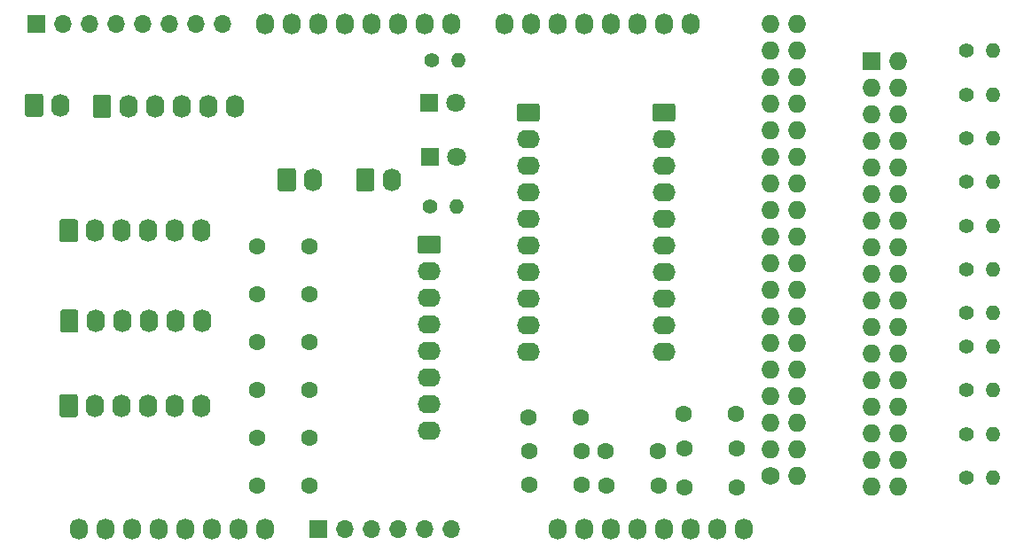
<source format=gbr>
G04 #@! TF.GenerationSoftware,KiCad,Pcbnew,(5.1.5-0-10_14)*
G04 #@! TF.CreationDate,2021-10-24T15:57:11+10:00*
G04 #@! TF.ProjectId,Hornet Forward Input Shield,486f726e-6574-4204-966f-727761726420,rev?*
G04 #@! TF.SameCoordinates,Original*
G04 #@! TF.FileFunction,Soldermask,Top*
G04 #@! TF.FilePolarity,Negative*
%FSLAX46Y46*%
G04 Gerber Fmt 4.6, Leading zero omitted, Abs format (unit mm)*
G04 Created by KiCad (PCBNEW (5.1.5-0-10_14)) date 2021-10-24 15:57:11*
%MOMM*%
%LPD*%
G04 APERTURE LIST*
%ADD10O,2.200000X1.740000*%
%ADD11C,0.100000*%
%ADD12O,1.740000X2.200000*%
%ADD13C,1.400000*%
%ADD14O,1.400000X1.400000*%
%ADD15C,1.800000*%
%ADD16R,1.800000X1.800000*%
%ADD17C,1.600000*%
%ADD18O,1.700000X1.700000*%
%ADD19R,1.700000X1.700000*%
%ADD20O,1.727200X1.727200*%
%ADD21R,1.727200X1.727200*%
%ADD22C,1.727200*%
%ADD23O,1.727200X2.032000*%
G04 APERTURE END LIST*
D10*
X164719000Y-109728000D03*
X164719000Y-107188000D03*
X164719000Y-104648000D03*
X164719000Y-102108000D03*
X164719000Y-99568000D03*
X164719000Y-97028000D03*
X164719000Y-94488000D03*
D11*
G36*
X165593505Y-91079204D02*
G01*
X165617773Y-91082804D01*
X165641572Y-91088765D01*
X165664671Y-91097030D01*
X165686850Y-91107520D01*
X165707893Y-91120132D01*
X165727599Y-91134747D01*
X165745777Y-91151223D01*
X165762253Y-91169401D01*
X165776868Y-91189107D01*
X165789480Y-91210150D01*
X165799970Y-91232329D01*
X165808235Y-91255428D01*
X165814196Y-91279227D01*
X165817796Y-91303495D01*
X165819000Y-91327999D01*
X165819000Y-92568001D01*
X165817796Y-92592505D01*
X165814196Y-92616773D01*
X165808235Y-92640572D01*
X165799970Y-92663671D01*
X165789480Y-92685850D01*
X165776868Y-92706893D01*
X165762253Y-92726599D01*
X165745777Y-92744777D01*
X165727599Y-92761253D01*
X165707893Y-92775868D01*
X165686850Y-92788480D01*
X165664671Y-92798970D01*
X165641572Y-92807235D01*
X165617773Y-92813196D01*
X165593505Y-92816796D01*
X165569001Y-92818000D01*
X163868999Y-92818000D01*
X163844495Y-92816796D01*
X163820227Y-92813196D01*
X163796428Y-92807235D01*
X163773329Y-92798970D01*
X163751150Y-92788480D01*
X163730107Y-92775868D01*
X163710401Y-92761253D01*
X163692223Y-92744777D01*
X163675747Y-92726599D01*
X163661132Y-92706893D01*
X163648520Y-92685850D01*
X163638030Y-92663671D01*
X163629765Y-92640572D01*
X163623804Y-92616773D01*
X163620204Y-92592505D01*
X163619000Y-92568001D01*
X163619000Y-91327999D01*
X163620204Y-91303495D01*
X163623804Y-91279227D01*
X163629765Y-91255428D01*
X163638030Y-91232329D01*
X163648520Y-91210150D01*
X163661132Y-91189107D01*
X163675747Y-91169401D01*
X163692223Y-91151223D01*
X163710401Y-91134747D01*
X163730107Y-91120132D01*
X163751150Y-91107520D01*
X163773329Y-91097030D01*
X163796428Y-91088765D01*
X163820227Y-91082804D01*
X163844495Y-91079204D01*
X163868999Y-91078000D01*
X165569001Y-91078000D01*
X165593505Y-91079204D01*
G37*
D12*
X153670000Y-85725000D03*
D11*
G36*
X151774505Y-84626204D02*
G01*
X151798773Y-84629804D01*
X151822572Y-84635765D01*
X151845671Y-84644030D01*
X151867850Y-84654520D01*
X151888893Y-84667132D01*
X151908599Y-84681747D01*
X151926777Y-84698223D01*
X151943253Y-84716401D01*
X151957868Y-84736107D01*
X151970480Y-84757150D01*
X151980970Y-84779329D01*
X151989235Y-84802428D01*
X151995196Y-84826227D01*
X151998796Y-84850495D01*
X152000000Y-84874999D01*
X152000000Y-86575001D01*
X151998796Y-86599505D01*
X151995196Y-86623773D01*
X151989235Y-86647572D01*
X151980970Y-86670671D01*
X151970480Y-86692850D01*
X151957868Y-86713893D01*
X151943253Y-86733599D01*
X151926777Y-86751777D01*
X151908599Y-86768253D01*
X151888893Y-86782868D01*
X151867850Y-86795480D01*
X151845671Y-86805970D01*
X151822572Y-86814235D01*
X151798773Y-86820196D01*
X151774505Y-86823796D01*
X151750001Y-86825000D01*
X150509999Y-86825000D01*
X150485495Y-86823796D01*
X150461227Y-86820196D01*
X150437428Y-86814235D01*
X150414329Y-86805970D01*
X150392150Y-86795480D01*
X150371107Y-86782868D01*
X150351401Y-86768253D01*
X150333223Y-86751777D01*
X150316747Y-86733599D01*
X150302132Y-86713893D01*
X150289520Y-86692850D01*
X150279030Y-86670671D01*
X150270765Y-86647572D01*
X150264804Y-86623773D01*
X150261204Y-86599505D01*
X150260000Y-86575001D01*
X150260000Y-84874999D01*
X150261204Y-84850495D01*
X150264804Y-84826227D01*
X150270765Y-84802428D01*
X150279030Y-84779329D01*
X150289520Y-84757150D01*
X150302132Y-84736107D01*
X150316747Y-84716401D01*
X150333223Y-84698223D01*
X150351401Y-84681747D01*
X150371107Y-84667132D01*
X150392150Y-84654520D01*
X150414329Y-84644030D01*
X150437428Y-84635765D01*
X150461227Y-84629804D01*
X150485495Y-84626204D01*
X150509999Y-84625000D01*
X151750001Y-84625000D01*
X151774505Y-84626204D01*
G37*
D13*
X164846000Y-88265000D03*
D14*
X167386000Y-88265000D03*
D13*
X164973000Y-74295000D03*
D14*
X167513000Y-74295000D03*
D12*
X161163000Y-85725000D03*
D11*
G36*
X159267505Y-84626204D02*
G01*
X159291773Y-84629804D01*
X159315572Y-84635765D01*
X159338671Y-84644030D01*
X159360850Y-84654520D01*
X159381893Y-84667132D01*
X159401599Y-84681747D01*
X159419777Y-84698223D01*
X159436253Y-84716401D01*
X159450868Y-84736107D01*
X159463480Y-84757150D01*
X159473970Y-84779329D01*
X159482235Y-84802428D01*
X159488196Y-84826227D01*
X159491796Y-84850495D01*
X159493000Y-84874999D01*
X159493000Y-86575001D01*
X159491796Y-86599505D01*
X159488196Y-86623773D01*
X159482235Y-86647572D01*
X159473970Y-86670671D01*
X159463480Y-86692850D01*
X159450868Y-86713893D01*
X159436253Y-86733599D01*
X159419777Y-86751777D01*
X159401599Y-86768253D01*
X159381893Y-86782868D01*
X159360850Y-86795480D01*
X159338671Y-86805970D01*
X159315572Y-86814235D01*
X159291773Y-86820196D01*
X159267505Y-86823796D01*
X159243001Y-86825000D01*
X158002999Y-86825000D01*
X157978495Y-86823796D01*
X157954227Y-86820196D01*
X157930428Y-86814235D01*
X157907329Y-86805970D01*
X157885150Y-86795480D01*
X157864107Y-86782868D01*
X157844401Y-86768253D01*
X157826223Y-86751777D01*
X157809747Y-86733599D01*
X157795132Y-86713893D01*
X157782520Y-86692850D01*
X157772030Y-86670671D01*
X157763765Y-86647572D01*
X157757804Y-86623773D01*
X157754204Y-86599505D01*
X157753000Y-86575001D01*
X157753000Y-84874999D01*
X157754204Y-84850495D01*
X157757804Y-84826227D01*
X157763765Y-84802428D01*
X157772030Y-84779329D01*
X157782520Y-84757150D01*
X157795132Y-84736107D01*
X157809747Y-84716401D01*
X157826223Y-84698223D01*
X157844401Y-84681747D01*
X157864107Y-84667132D01*
X157885150Y-84654520D01*
X157907329Y-84644030D01*
X157930428Y-84635765D01*
X157954227Y-84629804D01*
X157978495Y-84626204D01*
X158002999Y-84625000D01*
X159243001Y-84625000D01*
X159267505Y-84626204D01*
G37*
D12*
X146177000Y-78740000D03*
X143637000Y-78740000D03*
X141097000Y-78740000D03*
X138557000Y-78740000D03*
X136017000Y-78740000D03*
D11*
G36*
X134121505Y-77641204D02*
G01*
X134145773Y-77644804D01*
X134169572Y-77650765D01*
X134192671Y-77659030D01*
X134214850Y-77669520D01*
X134235893Y-77682132D01*
X134255599Y-77696747D01*
X134273777Y-77713223D01*
X134290253Y-77731401D01*
X134304868Y-77751107D01*
X134317480Y-77772150D01*
X134327970Y-77794329D01*
X134336235Y-77817428D01*
X134342196Y-77841227D01*
X134345796Y-77865495D01*
X134347000Y-77889999D01*
X134347000Y-79590001D01*
X134345796Y-79614505D01*
X134342196Y-79638773D01*
X134336235Y-79662572D01*
X134327970Y-79685671D01*
X134317480Y-79707850D01*
X134304868Y-79728893D01*
X134290253Y-79748599D01*
X134273777Y-79766777D01*
X134255599Y-79783253D01*
X134235893Y-79797868D01*
X134214850Y-79810480D01*
X134192671Y-79820970D01*
X134169572Y-79829235D01*
X134145773Y-79835196D01*
X134121505Y-79838796D01*
X134097001Y-79840000D01*
X132856999Y-79840000D01*
X132832495Y-79838796D01*
X132808227Y-79835196D01*
X132784428Y-79829235D01*
X132761329Y-79820970D01*
X132739150Y-79810480D01*
X132718107Y-79797868D01*
X132698401Y-79783253D01*
X132680223Y-79766777D01*
X132663747Y-79748599D01*
X132649132Y-79728893D01*
X132636520Y-79707850D01*
X132626030Y-79685671D01*
X132617765Y-79662572D01*
X132611804Y-79638773D01*
X132608204Y-79614505D01*
X132607000Y-79590001D01*
X132607000Y-77889999D01*
X132608204Y-77865495D01*
X132611804Y-77841227D01*
X132617765Y-77817428D01*
X132626030Y-77794329D01*
X132636520Y-77772150D01*
X132649132Y-77751107D01*
X132663747Y-77731401D01*
X132680223Y-77713223D01*
X132698401Y-77696747D01*
X132718107Y-77682132D01*
X132739150Y-77669520D01*
X132761329Y-77659030D01*
X132784428Y-77650765D01*
X132808227Y-77644804D01*
X132832495Y-77641204D01*
X132856999Y-77640000D01*
X134097001Y-77640000D01*
X134121505Y-77641204D01*
G37*
D12*
X129540000Y-78613000D03*
D11*
G36*
X127644505Y-77514204D02*
G01*
X127668773Y-77517804D01*
X127692572Y-77523765D01*
X127715671Y-77532030D01*
X127737850Y-77542520D01*
X127758893Y-77555132D01*
X127778599Y-77569747D01*
X127796777Y-77586223D01*
X127813253Y-77604401D01*
X127827868Y-77624107D01*
X127840480Y-77645150D01*
X127850970Y-77667329D01*
X127859235Y-77690428D01*
X127865196Y-77714227D01*
X127868796Y-77738495D01*
X127870000Y-77762999D01*
X127870000Y-79463001D01*
X127868796Y-79487505D01*
X127865196Y-79511773D01*
X127859235Y-79535572D01*
X127850970Y-79558671D01*
X127840480Y-79580850D01*
X127827868Y-79601893D01*
X127813253Y-79621599D01*
X127796777Y-79639777D01*
X127778599Y-79656253D01*
X127758893Y-79670868D01*
X127737850Y-79683480D01*
X127715671Y-79693970D01*
X127692572Y-79702235D01*
X127668773Y-79708196D01*
X127644505Y-79711796D01*
X127620001Y-79713000D01*
X126379999Y-79713000D01*
X126355495Y-79711796D01*
X126331227Y-79708196D01*
X126307428Y-79702235D01*
X126284329Y-79693970D01*
X126262150Y-79683480D01*
X126241107Y-79670868D01*
X126221401Y-79656253D01*
X126203223Y-79639777D01*
X126186747Y-79621599D01*
X126172132Y-79601893D01*
X126159520Y-79580850D01*
X126149030Y-79558671D01*
X126140765Y-79535572D01*
X126134804Y-79511773D01*
X126131204Y-79487505D01*
X126130000Y-79463001D01*
X126130000Y-77762999D01*
X126131204Y-77738495D01*
X126134804Y-77714227D01*
X126140765Y-77690428D01*
X126149030Y-77667329D01*
X126159520Y-77645150D01*
X126172132Y-77624107D01*
X126186747Y-77604401D01*
X126203223Y-77586223D01*
X126221401Y-77569747D01*
X126241107Y-77555132D01*
X126262150Y-77542520D01*
X126284329Y-77532030D01*
X126307428Y-77523765D01*
X126331227Y-77517804D01*
X126355495Y-77514204D01*
X126379999Y-77513000D01*
X127620001Y-77513000D01*
X127644505Y-77514204D01*
G37*
D15*
X167386000Y-83566000D03*
D16*
X164846000Y-83566000D03*
D15*
X167259000Y-78359000D03*
D16*
X164719000Y-78359000D03*
D12*
X143002000Y-107315000D03*
X140462000Y-107315000D03*
X137922000Y-107315000D03*
X135382000Y-107315000D03*
X132842000Y-107315000D03*
D11*
G36*
X130946505Y-106216204D02*
G01*
X130970773Y-106219804D01*
X130994572Y-106225765D01*
X131017671Y-106234030D01*
X131039850Y-106244520D01*
X131060893Y-106257132D01*
X131080599Y-106271747D01*
X131098777Y-106288223D01*
X131115253Y-106306401D01*
X131129868Y-106326107D01*
X131142480Y-106347150D01*
X131152970Y-106369329D01*
X131161235Y-106392428D01*
X131167196Y-106416227D01*
X131170796Y-106440495D01*
X131172000Y-106464999D01*
X131172000Y-108165001D01*
X131170796Y-108189505D01*
X131167196Y-108213773D01*
X131161235Y-108237572D01*
X131152970Y-108260671D01*
X131142480Y-108282850D01*
X131129868Y-108303893D01*
X131115253Y-108323599D01*
X131098777Y-108341777D01*
X131080599Y-108358253D01*
X131060893Y-108372868D01*
X131039850Y-108385480D01*
X131017671Y-108395970D01*
X130994572Y-108404235D01*
X130970773Y-108410196D01*
X130946505Y-108413796D01*
X130922001Y-108415000D01*
X129681999Y-108415000D01*
X129657495Y-108413796D01*
X129633227Y-108410196D01*
X129609428Y-108404235D01*
X129586329Y-108395970D01*
X129564150Y-108385480D01*
X129543107Y-108372868D01*
X129523401Y-108358253D01*
X129505223Y-108341777D01*
X129488747Y-108323599D01*
X129474132Y-108303893D01*
X129461520Y-108282850D01*
X129451030Y-108260671D01*
X129442765Y-108237572D01*
X129436804Y-108213773D01*
X129433204Y-108189505D01*
X129432000Y-108165001D01*
X129432000Y-106464999D01*
X129433204Y-106440495D01*
X129436804Y-106416227D01*
X129442765Y-106392428D01*
X129451030Y-106369329D01*
X129461520Y-106347150D01*
X129474132Y-106326107D01*
X129488747Y-106306401D01*
X129505223Y-106288223D01*
X129523401Y-106271747D01*
X129543107Y-106257132D01*
X129564150Y-106244520D01*
X129586329Y-106234030D01*
X129609428Y-106225765D01*
X129633227Y-106219804D01*
X129657495Y-106216204D01*
X129681999Y-106215000D01*
X130922001Y-106215000D01*
X130946505Y-106216204D01*
G37*
D12*
X143066000Y-99250500D03*
X140526000Y-99250500D03*
X137986000Y-99250500D03*
X135446000Y-99250500D03*
X132906000Y-99250500D03*
D11*
G36*
X131010505Y-98151704D02*
G01*
X131034773Y-98155304D01*
X131058572Y-98161265D01*
X131081671Y-98169530D01*
X131103850Y-98180020D01*
X131124893Y-98192632D01*
X131144599Y-98207247D01*
X131162777Y-98223723D01*
X131179253Y-98241901D01*
X131193868Y-98261607D01*
X131206480Y-98282650D01*
X131216970Y-98304829D01*
X131225235Y-98327928D01*
X131231196Y-98351727D01*
X131234796Y-98375995D01*
X131236000Y-98400499D01*
X131236000Y-100100501D01*
X131234796Y-100125005D01*
X131231196Y-100149273D01*
X131225235Y-100173072D01*
X131216970Y-100196171D01*
X131206480Y-100218350D01*
X131193868Y-100239393D01*
X131179253Y-100259099D01*
X131162777Y-100277277D01*
X131144599Y-100293753D01*
X131124893Y-100308368D01*
X131103850Y-100320980D01*
X131081671Y-100331470D01*
X131058572Y-100339735D01*
X131034773Y-100345696D01*
X131010505Y-100349296D01*
X130986001Y-100350500D01*
X129745999Y-100350500D01*
X129721495Y-100349296D01*
X129697227Y-100345696D01*
X129673428Y-100339735D01*
X129650329Y-100331470D01*
X129628150Y-100320980D01*
X129607107Y-100308368D01*
X129587401Y-100293753D01*
X129569223Y-100277277D01*
X129552747Y-100259099D01*
X129538132Y-100239393D01*
X129525520Y-100218350D01*
X129515030Y-100196171D01*
X129506765Y-100173072D01*
X129500804Y-100149273D01*
X129497204Y-100125005D01*
X129496000Y-100100501D01*
X129496000Y-98400499D01*
X129497204Y-98375995D01*
X129500804Y-98351727D01*
X129506765Y-98327928D01*
X129515030Y-98304829D01*
X129525520Y-98282650D01*
X129538132Y-98261607D01*
X129552747Y-98241901D01*
X129569223Y-98223723D01*
X129587401Y-98207247D01*
X129607107Y-98192632D01*
X129628150Y-98180020D01*
X129650329Y-98169530D01*
X129673428Y-98161265D01*
X129697227Y-98155304D01*
X129721495Y-98151704D01*
X129745999Y-98150500D01*
X130986001Y-98150500D01*
X131010505Y-98151704D01*
G37*
D12*
X143002000Y-90614500D03*
X140462000Y-90614500D03*
X137922000Y-90614500D03*
X135382000Y-90614500D03*
X132842000Y-90614500D03*
D11*
G36*
X130946505Y-89515704D02*
G01*
X130970773Y-89519304D01*
X130994572Y-89525265D01*
X131017671Y-89533530D01*
X131039850Y-89544020D01*
X131060893Y-89556632D01*
X131080599Y-89571247D01*
X131098777Y-89587723D01*
X131115253Y-89605901D01*
X131129868Y-89625607D01*
X131142480Y-89646650D01*
X131152970Y-89668829D01*
X131161235Y-89691928D01*
X131167196Y-89715727D01*
X131170796Y-89739995D01*
X131172000Y-89764499D01*
X131172000Y-91464501D01*
X131170796Y-91489005D01*
X131167196Y-91513273D01*
X131161235Y-91537072D01*
X131152970Y-91560171D01*
X131142480Y-91582350D01*
X131129868Y-91603393D01*
X131115253Y-91623099D01*
X131098777Y-91641277D01*
X131080599Y-91657753D01*
X131060893Y-91672368D01*
X131039850Y-91684980D01*
X131017671Y-91695470D01*
X130994572Y-91703735D01*
X130970773Y-91709696D01*
X130946505Y-91713296D01*
X130922001Y-91714500D01*
X129681999Y-91714500D01*
X129657495Y-91713296D01*
X129633227Y-91709696D01*
X129609428Y-91703735D01*
X129586329Y-91695470D01*
X129564150Y-91684980D01*
X129543107Y-91672368D01*
X129523401Y-91657753D01*
X129505223Y-91641277D01*
X129488747Y-91623099D01*
X129474132Y-91603393D01*
X129461520Y-91582350D01*
X129451030Y-91560171D01*
X129442765Y-91537072D01*
X129436804Y-91513273D01*
X129433204Y-91489005D01*
X129432000Y-91464501D01*
X129432000Y-89764499D01*
X129433204Y-89739995D01*
X129436804Y-89715727D01*
X129442765Y-89691928D01*
X129451030Y-89668829D01*
X129461520Y-89646650D01*
X129474132Y-89625607D01*
X129488747Y-89605901D01*
X129505223Y-89587723D01*
X129523401Y-89571247D01*
X129543107Y-89556632D01*
X129564150Y-89544020D01*
X129586329Y-89533530D01*
X129609428Y-89525265D01*
X129633227Y-89519304D01*
X129657495Y-89515704D01*
X129681999Y-89514500D01*
X130922001Y-89514500D01*
X130946505Y-89515704D01*
G37*
D17*
X194040000Y-108077000D03*
X189040000Y-108077000D03*
X179180000Y-108458000D03*
X174180000Y-108458000D03*
X179308000Y-111696000D03*
X174308000Y-111696000D03*
X153272000Y-96647000D03*
X148272000Y-96647000D03*
X179308000Y-114872000D03*
X174308000Y-114872000D03*
X153272000Y-92075000D03*
X148272000Y-92075000D03*
X186610000Y-111696000D03*
X181610000Y-111696000D03*
X153272000Y-101219000D03*
X148272000Y-101219000D03*
X186674000Y-114998000D03*
X181674000Y-114998000D03*
X153272000Y-105791000D03*
X148272000Y-105791000D03*
X194103000Y-111442000D03*
X189103000Y-111442000D03*
X153272000Y-110363000D03*
X148272000Y-110363000D03*
X194103000Y-115126000D03*
X189103000Y-115126000D03*
X153272000Y-114935000D03*
X148272000Y-114935000D03*
D18*
X145034000Y-70866000D03*
X142494000Y-70866000D03*
X139954000Y-70866000D03*
X137414000Y-70866000D03*
X134874000Y-70866000D03*
X132334000Y-70866000D03*
X129794000Y-70866000D03*
D19*
X127254000Y-70866000D03*
D18*
X166878000Y-119126000D03*
X164338000Y-119126000D03*
X161798000Y-119126000D03*
X159258000Y-119126000D03*
X156718000Y-119126000D03*
D19*
X154178000Y-119126000D03*
D13*
X216027000Y-114201000D03*
D14*
X218567000Y-114201000D03*
D13*
X216027000Y-110020000D03*
D14*
X218567000Y-110020000D03*
D13*
X216027000Y-105839000D03*
D14*
X218567000Y-105839000D03*
D13*
X216027000Y-101658000D03*
D14*
X218567000Y-101658000D03*
D13*
X216027000Y-98492600D03*
D14*
X218567000Y-98492600D03*
D13*
X216027000Y-94311500D03*
D14*
X218567000Y-94311500D03*
D13*
X216027000Y-90130400D03*
D14*
X218567000Y-90130400D03*
D13*
X216027000Y-85949300D03*
D14*
X218567000Y-85949300D03*
D13*
X216027000Y-81768200D03*
D14*
X218567000Y-81768200D03*
D13*
X216027000Y-77587100D03*
D14*
X218567000Y-77587100D03*
D13*
X216027000Y-73406000D03*
D14*
X218567000Y-73406000D03*
D10*
X187134000Y-102171500D03*
X187134000Y-99631500D03*
X187134000Y-97091500D03*
X187134000Y-94551500D03*
X187134000Y-92011500D03*
X187134000Y-89471500D03*
X187134000Y-86931500D03*
X187134000Y-84391500D03*
X187134000Y-81851500D03*
D11*
G36*
X188008505Y-78442704D02*
G01*
X188032773Y-78446304D01*
X188056572Y-78452265D01*
X188079671Y-78460530D01*
X188101850Y-78471020D01*
X188122893Y-78483632D01*
X188142599Y-78498247D01*
X188160777Y-78514723D01*
X188177253Y-78532901D01*
X188191868Y-78552607D01*
X188204480Y-78573650D01*
X188214970Y-78595829D01*
X188223235Y-78618928D01*
X188229196Y-78642727D01*
X188232796Y-78666995D01*
X188234000Y-78691499D01*
X188234000Y-79931501D01*
X188232796Y-79956005D01*
X188229196Y-79980273D01*
X188223235Y-80004072D01*
X188214970Y-80027171D01*
X188204480Y-80049350D01*
X188191868Y-80070393D01*
X188177253Y-80090099D01*
X188160777Y-80108277D01*
X188142599Y-80124753D01*
X188122893Y-80139368D01*
X188101850Y-80151980D01*
X188079671Y-80162470D01*
X188056572Y-80170735D01*
X188032773Y-80176696D01*
X188008505Y-80180296D01*
X187984001Y-80181500D01*
X186283999Y-80181500D01*
X186259495Y-80180296D01*
X186235227Y-80176696D01*
X186211428Y-80170735D01*
X186188329Y-80162470D01*
X186166150Y-80151980D01*
X186145107Y-80139368D01*
X186125401Y-80124753D01*
X186107223Y-80108277D01*
X186090747Y-80090099D01*
X186076132Y-80070393D01*
X186063520Y-80049350D01*
X186053030Y-80027171D01*
X186044765Y-80004072D01*
X186038804Y-79980273D01*
X186035204Y-79956005D01*
X186034000Y-79931501D01*
X186034000Y-78691499D01*
X186035204Y-78666995D01*
X186038804Y-78642727D01*
X186044765Y-78618928D01*
X186053030Y-78595829D01*
X186063520Y-78573650D01*
X186076132Y-78552607D01*
X186090747Y-78532901D01*
X186107223Y-78514723D01*
X186125401Y-78498247D01*
X186145107Y-78483632D01*
X186166150Y-78471020D01*
X186188329Y-78460530D01*
X186211428Y-78452265D01*
X186235227Y-78446304D01*
X186259495Y-78442704D01*
X186283999Y-78441500D01*
X187984001Y-78441500D01*
X188008505Y-78442704D01*
G37*
D10*
X174180000Y-102171500D03*
X174180000Y-99631500D03*
X174180000Y-97091500D03*
X174180000Y-94551500D03*
X174180000Y-92011500D03*
X174180000Y-89471500D03*
X174180000Y-86931500D03*
X174180000Y-84391500D03*
X174180000Y-81851500D03*
D11*
G36*
X175054505Y-78442704D02*
G01*
X175078773Y-78446304D01*
X175102572Y-78452265D01*
X175125671Y-78460530D01*
X175147850Y-78471020D01*
X175168893Y-78483632D01*
X175188599Y-78498247D01*
X175206777Y-78514723D01*
X175223253Y-78532901D01*
X175237868Y-78552607D01*
X175250480Y-78573650D01*
X175260970Y-78595829D01*
X175269235Y-78618928D01*
X175275196Y-78642727D01*
X175278796Y-78666995D01*
X175280000Y-78691499D01*
X175280000Y-79931501D01*
X175278796Y-79956005D01*
X175275196Y-79980273D01*
X175269235Y-80004072D01*
X175260970Y-80027171D01*
X175250480Y-80049350D01*
X175237868Y-80070393D01*
X175223253Y-80090099D01*
X175206777Y-80108277D01*
X175188599Y-80124753D01*
X175168893Y-80139368D01*
X175147850Y-80151980D01*
X175125671Y-80162470D01*
X175102572Y-80170735D01*
X175078773Y-80176696D01*
X175054505Y-80180296D01*
X175030001Y-80181500D01*
X173329999Y-80181500D01*
X173305495Y-80180296D01*
X173281227Y-80176696D01*
X173257428Y-80170735D01*
X173234329Y-80162470D01*
X173212150Y-80151980D01*
X173191107Y-80139368D01*
X173171401Y-80124753D01*
X173153223Y-80108277D01*
X173136747Y-80090099D01*
X173122132Y-80070393D01*
X173109520Y-80049350D01*
X173099030Y-80027171D01*
X173090765Y-80004072D01*
X173084804Y-79980273D01*
X173081204Y-79956005D01*
X173080000Y-79931501D01*
X173080000Y-78691499D01*
X173081204Y-78666995D01*
X173084804Y-78642727D01*
X173090765Y-78618928D01*
X173099030Y-78595829D01*
X173109520Y-78573650D01*
X173122132Y-78552607D01*
X173136747Y-78532901D01*
X173153223Y-78514723D01*
X173171401Y-78498247D01*
X173191107Y-78483632D01*
X173212150Y-78471020D01*
X173234329Y-78460530D01*
X173257428Y-78452265D01*
X173281227Y-78446304D01*
X173305495Y-78442704D01*
X173329999Y-78441500D01*
X175030001Y-78441500D01*
X175054505Y-78442704D01*
G37*
D20*
X209550000Y-115062000D03*
X207010000Y-115062000D03*
X209550000Y-112522000D03*
X207010000Y-112522000D03*
X209550000Y-109982000D03*
X207010000Y-109982000D03*
X209550000Y-107442000D03*
X207010000Y-107442000D03*
X209550000Y-104902000D03*
X207010000Y-104902000D03*
X209550000Y-102362000D03*
X207010000Y-102362000D03*
X209550000Y-99822000D03*
X207010000Y-99822000D03*
X209550000Y-97282000D03*
X207010000Y-97282000D03*
X209550000Y-94742000D03*
X207010000Y-94742000D03*
X209550000Y-92202000D03*
X207010000Y-92202000D03*
X209550000Y-89662000D03*
X207010000Y-89662000D03*
X209550000Y-87122000D03*
X207010000Y-87122000D03*
X209550000Y-84582000D03*
X207010000Y-84582000D03*
X209550000Y-82042000D03*
X207010000Y-82042000D03*
X209550000Y-79502000D03*
X207010000Y-79502000D03*
X209550000Y-76962000D03*
X207010000Y-76962000D03*
X209550000Y-74422000D03*
D21*
X207010000Y-74422000D03*
D22*
X197358000Y-114046000D03*
D20*
X199898000Y-114046000D03*
X197358000Y-111506000D03*
X199898000Y-111506000D03*
X197358000Y-108966000D03*
X199898000Y-108966000D03*
X197358000Y-106426000D03*
X199898000Y-106426000D03*
X197358000Y-103886000D03*
X199898000Y-103886000D03*
X197358000Y-101346000D03*
X199898000Y-101346000D03*
X197358000Y-98806000D03*
X199898000Y-98806000D03*
X197358000Y-96266000D03*
X199898000Y-96266000D03*
X197358000Y-93726000D03*
X199898000Y-93726000D03*
X197358000Y-91186000D03*
X199898000Y-91186000D03*
X197358000Y-88646000D03*
X199898000Y-88646000D03*
X197358000Y-86106000D03*
X199898000Y-86106000D03*
X197358000Y-83566000D03*
X199898000Y-83566000D03*
X197358000Y-81026000D03*
X199898000Y-81026000D03*
X197358000Y-78486000D03*
X199898000Y-78486000D03*
X197358000Y-75946000D03*
X199898000Y-75946000D03*
X197358000Y-73406000D03*
X199898000Y-73406000D03*
X197358000Y-70866000D03*
X199898000Y-70866000D03*
D23*
X131318000Y-119126000D03*
X133858000Y-119126000D03*
X136398000Y-119126000D03*
X138938000Y-119126000D03*
X141478000Y-119126000D03*
X144018000Y-119126000D03*
X146558000Y-119126000D03*
X149098000Y-119126000D03*
X177038000Y-119126000D03*
X179578000Y-119126000D03*
X182118000Y-119126000D03*
X184658000Y-119126000D03*
X187198000Y-119126000D03*
X189738000Y-119126000D03*
X192278000Y-119126000D03*
X194818000Y-119126000D03*
X149098000Y-70866000D03*
X151638000Y-70866000D03*
X154178000Y-70866000D03*
X156718000Y-70866000D03*
X159258000Y-70866000D03*
X161798000Y-70866000D03*
X164338000Y-70866000D03*
X166878000Y-70866000D03*
X171958000Y-70866000D03*
X174498000Y-70866000D03*
X177038000Y-70866000D03*
X179578000Y-70866000D03*
X182118000Y-70866000D03*
X184658000Y-70866000D03*
X187198000Y-70866000D03*
X189738000Y-70866000D03*
M02*

</source>
